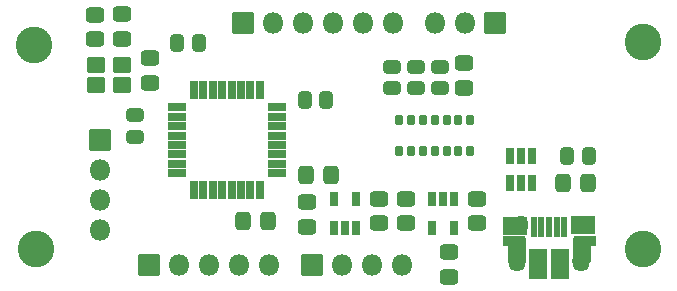
<source format=gts>
%TF.GenerationSoftware,KiCad,Pcbnew,(6.0.1)*%
%TF.CreationDate,2022-01-27T16:39:24-05:00*%
%TF.ProjectId,MAX_86916,4d41585f-3836-4393-9136-2e6b69636164,rev?*%
%TF.SameCoordinates,Original*%
%TF.FileFunction,Soldermask,Top*%
%TF.FilePolarity,Negative*%
%FSLAX46Y46*%
G04 Gerber Fmt 4.6, Leading zero omitted, Abs format (unit mm)*
G04 Created by KiCad (PCBNEW (6.0.1)) date 2022-01-27 16:39:24*
%MOMM*%
%LPD*%
G01*
G04 APERTURE LIST*
G04 Aperture macros list*
%AMRoundRect*
0 Rectangle with rounded corners*
0 $1 Rounding radius*
0 $2 $3 $4 $5 $6 $7 $8 $9 X,Y pos of 4 corners*
0 Add a 4 corners polygon primitive as box body*
4,1,4,$2,$3,$4,$5,$6,$7,$8,$9,$2,$3,0*
0 Add four circle primitives for the rounded corners*
1,1,$1+$1,$2,$3*
1,1,$1+$1,$4,$5*
1,1,$1+$1,$6,$7*
1,1,$1+$1,$8,$9*
0 Add four rect primitives between the rounded corners*
20,1,$1+$1,$2,$3,$4,$5,0*
20,1,$1+$1,$4,$5,$6,$7,0*
20,1,$1+$1,$6,$7,$8,$9,0*
20,1,$1+$1,$8,$9,$2,$3,0*%
G04 Aperture macros list end*
%ADD10RoundRect,0.050800X-0.850000X-0.850000X0.850000X-0.850000X0.850000X0.850000X-0.850000X0.850000X0*%
%ADD11O,1.801600X1.801600*%
%ADD12RoundRect,0.300800X0.262500X0.450000X-0.262500X0.450000X-0.262500X-0.450000X0.262500X-0.450000X0*%
%ADD13C,3.101600*%
%ADD14RoundRect,0.300800X-0.337500X-0.475000X0.337500X-0.475000X0.337500X0.475000X-0.337500X0.475000X0*%
%ADD15RoundRect,0.050800X0.850000X-0.850000X0.850000X0.850000X-0.850000X0.850000X-0.850000X-0.850000X0*%
%ADD16RoundRect,0.050800X0.200000X-0.825000X0.200000X0.825000X-0.200000X0.825000X-0.200000X-0.825000X0*%
%ADD17O,1.451600X1.801600*%
%ADD18O,1.201600X1.601600*%
%ADD19RoundRect,0.050800X-0.675000X-1.000000X0.675000X-1.000000X0.675000X1.000000X-0.675000X1.000000X0*%
%ADD20RoundRect,0.050800X0.715000X-1.250000X0.715000X1.250000X-0.715000X1.250000X-0.715000X-1.250000X0*%
%ADD21RoundRect,0.050800X-0.912500X-0.350000X0.912500X-0.350000X0.912500X0.350000X-0.912500X0.350000X0*%
%ADD22RoundRect,0.050800X-1.000000X-0.750000X1.000000X-0.750000X1.000000X0.750000X-1.000000X0.750000X0*%
%ADD23RoundRect,0.300800X0.337500X0.475000X-0.337500X0.475000X-0.337500X-0.475000X0.337500X-0.475000X0*%
%ADD24RoundRect,0.300800X-0.475000X0.337500X-0.475000X-0.337500X0.475000X-0.337500X0.475000X0.337500X0*%
%ADD25RoundRect,0.200800X-0.150000X0.512500X-0.150000X-0.512500X0.150000X-0.512500X0.150000X0.512500X0*%
%ADD26RoundRect,0.050800X-0.700000X-0.600000X0.700000X-0.600000X0.700000X0.600000X-0.700000X0.600000X0*%
%ADD27RoundRect,0.050800X0.737500X-0.300000X0.737500X0.300000X-0.737500X0.300000X-0.737500X-0.300000X0*%
%ADD28RoundRect,0.050800X-0.300000X-0.737500X0.300000X-0.737500X0.300000X0.737500X-0.300000X0.737500X0*%
%ADD29RoundRect,0.300800X0.450000X-0.262500X0.450000X0.262500X-0.450000X0.262500X-0.450000X-0.262500X0*%
%ADD30RoundRect,0.050800X-0.300000X-0.575000X0.300000X-0.575000X0.300000X0.575000X-0.300000X0.575000X0*%
%ADD31RoundRect,0.300800X-0.450000X0.262500X-0.450000X-0.262500X0.450000X-0.262500X0.450000X0.262500X0*%
%ADD32RoundRect,0.050800X-0.850000X0.850000X-0.850000X-0.850000X0.850000X-0.850000X0.850000X0.850000X0*%
%ADD33RoundRect,0.050800X0.275000X0.375000X-0.275000X0.375000X-0.275000X-0.375000X0.275000X-0.375000X0*%
%ADD34RoundRect,0.300800X0.475000X-0.337500X0.475000X0.337500X-0.475000X0.337500X-0.475000X-0.337500X0*%
%ADD35RoundRect,0.050800X0.300000X0.575000X-0.300000X0.575000X-0.300000X-0.575000X0.300000X-0.575000X0*%
G04 APERTURE END LIST*
D10*
%TO.C,J2*%
X57787500Y-111400000D03*
D11*
X57787500Y-113940000D03*
X57787500Y-116480000D03*
X57787500Y-119020000D03*
%TD*%
D12*
%TO.C,R5*%
X66100000Y-103200000D03*
X64275000Y-103200000D03*
%TD*%
D13*
%TO.C,H3*%
X52200000Y-103300000D03*
%TD*%
D14*
%TO.C,C4*%
X75200000Y-114300000D03*
X77275000Y-114300000D03*
%TD*%
D15*
%TO.C,J4*%
X61912500Y-122000000D03*
D11*
X64452500Y-122000000D03*
X66992500Y-122000000D03*
X69532500Y-122000000D03*
X72072500Y-122000000D03*
%TD*%
D16*
%TO.C,J6*%
X94475000Y-118735000D03*
X95125000Y-118735000D03*
X95775000Y-118735000D03*
X96425000Y-118735000D03*
X97075000Y-118735000D03*
D17*
X93045000Y-121615000D03*
D18*
X98195000Y-118615000D03*
D19*
X93045000Y-120685000D03*
D20*
X94815000Y-121885000D03*
D21*
X92825000Y-119935000D03*
D20*
X96735000Y-121885000D03*
D21*
X98775000Y-119935000D03*
D17*
X98505000Y-121615000D03*
D19*
X98525000Y-120685000D03*
D22*
X98675000Y-118615000D03*
D18*
X93355000Y-118615000D03*
D22*
X92925000Y-118635000D03*
%TD*%
D23*
%TO.C,C12*%
X99037500Y-115000000D03*
X96962500Y-115000000D03*
%TD*%
D24*
%TO.C,C11*%
X89700000Y-116362500D03*
X89700000Y-118437500D03*
%TD*%
D25*
%TO.C,D1*%
X94350000Y-112762500D03*
X93400000Y-112762500D03*
X92450000Y-112762500D03*
X92450000Y-115037500D03*
X93400000Y-115037500D03*
X94350000Y-115037500D03*
%TD*%
D13*
%TO.C,H2*%
X103700000Y-120600000D03*
%TD*%
D26*
%TO.C,Y1*%
X57400000Y-106750000D03*
X59600000Y-106750000D03*
X59600000Y-105050000D03*
X57400000Y-105050000D03*
%TD*%
D24*
%TO.C,C9*%
X87300000Y-120862500D03*
X87300000Y-122937500D03*
%TD*%
D27*
%TO.C,IC2*%
X64249500Y-108600000D03*
X64249500Y-109400000D03*
X64249500Y-110200000D03*
X64249500Y-111000000D03*
X64249500Y-111800000D03*
X64249500Y-112600000D03*
X64249500Y-113400000D03*
X64249500Y-114200000D03*
D28*
X65687500Y-115638000D03*
X66487500Y-115638000D03*
X67287500Y-115638000D03*
X68087500Y-115638000D03*
X68887500Y-115638000D03*
X69687500Y-115638000D03*
X70487500Y-115638000D03*
X71287500Y-115638000D03*
D27*
X72725500Y-114200000D03*
X72725500Y-113400000D03*
X72725500Y-112600000D03*
X72725500Y-111800000D03*
X72725500Y-111000000D03*
X72725500Y-110200000D03*
X72725500Y-109400000D03*
X72725500Y-108600000D03*
D28*
X71287500Y-107162000D03*
X70487500Y-107162000D03*
X69687500Y-107162000D03*
X68887500Y-107162000D03*
X68087500Y-107162000D03*
X67287500Y-107162000D03*
X66487500Y-107162000D03*
X65687500Y-107162000D03*
%TD*%
D29*
%TO.C,R2*%
X82500000Y-107012500D03*
X82500000Y-105187500D03*
%TD*%
%TO.C,R3*%
X84500000Y-107012500D03*
X84500000Y-105187500D03*
%TD*%
D13*
%TO.C,H4*%
X103700000Y-103100000D03*
%TD*%
D30*
%TO.C,IC4*%
X87750000Y-116350000D03*
X86800000Y-116350000D03*
X85850000Y-116350000D03*
X85850000Y-118850000D03*
X87750000Y-118850000D03*
%TD*%
D31*
%TO.C,R6*%
X60700000Y-109287500D03*
X60700000Y-111112500D03*
%TD*%
D32*
%TO.C,J5*%
X91225000Y-101500000D03*
D11*
X88685000Y-101500000D03*
X86145000Y-101500000D03*
%TD*%
D24*
%TO.C,C2*%
X88600000Y-104862500D03*
X88600000Y-106937500D03*
%TD*%
D33*
%TO.C,IC1*%
X83087500Y-112325000D03*
X84087500Y-112325000D03*
X85087500Y-112325000D03*
X86087500Y-112325000D03*
X87087500Y-112325000D03*
X88087500Y-112325000D03*
X89087500Y-112325000D03*
X89087500Y-109725000D03*
X88087500Y-109725000D03*
X87087500Y-109725000D03*
X86087500Y-109725000D03*
X85087500Y-109725000D03*
X84087500Y-109725000D03*
X83087500Y-109725000D03*
%TD*%
D15*
%TO.C,J1*%
X75700000Y-122000000D03*
D11*
X78240000Y-122000000D03*
X80780000Y-122000000D03*
X83320000Y-122000000D03*
%TD*%
D29*
%TO.C,R4*%
X86500000Y-107012500D03*
X86500000Y-105187500D03*
%TD*%
D34*
%TO.C,C1*%
X83700000Y-118437500D03*
X83700000Y-116362500D03*
%TD*%
D12*
%TO.C,R7*%
X99112500Y-112700000D03*
X97287500Y-112700000D03*
%TD*%
D24*
%TO.C,C7*%
X59600000Y-100725000D03*
X59600000Y-102800000D03*
%TD*%
D35*
%TO.C,IC3*%
X77537500Y-118850000D03*
X78487500Y-118850000D03*
X79437500Y-118850000D03*
X79437500Y-116350000D03*
X77537500Y-116350000D03*
%TD*%
D13*
%TO.C,H1*%
X52300000Y-120600000D03*
%TD*%
D34*
%TO.C,C6*%
X57300000Y-102837500D03*
X57300000Y-100762500D03*
%TD*%
%TO.C,C5*%
X62000000Y-106537500D03*
X62000000Y-104462500D03*
%TD*%
D23*
%TO.C,C8*%
X71937500Y-118200000D03*
X69862500Y-118200000D03*
%TD*%
D24*
%TO.C,C3*%
X75300000Y-116662500D03*
X75300000Y-118737500D03*
%TD*%
D15*
%TO.C,J3*%
X69850000Y-101500000D03*
D11*
X72390000Y-101500000D03*
X74930000Y-101500000D03*
X77470000Y-101500000D03*
X80010000Y-101500000D03*
X82550000Y-101500000D03*
%TD*%
D34*
%TO.C,C10*%
X81400000Y-118437500D03*
X81400000Y-116362500D03*
%TD*%
D12*
%TO.C,R1*%
X76912500Y-108000000D03*
X75087500Y-108000000D03*
%TD*%
M02*

</source>
